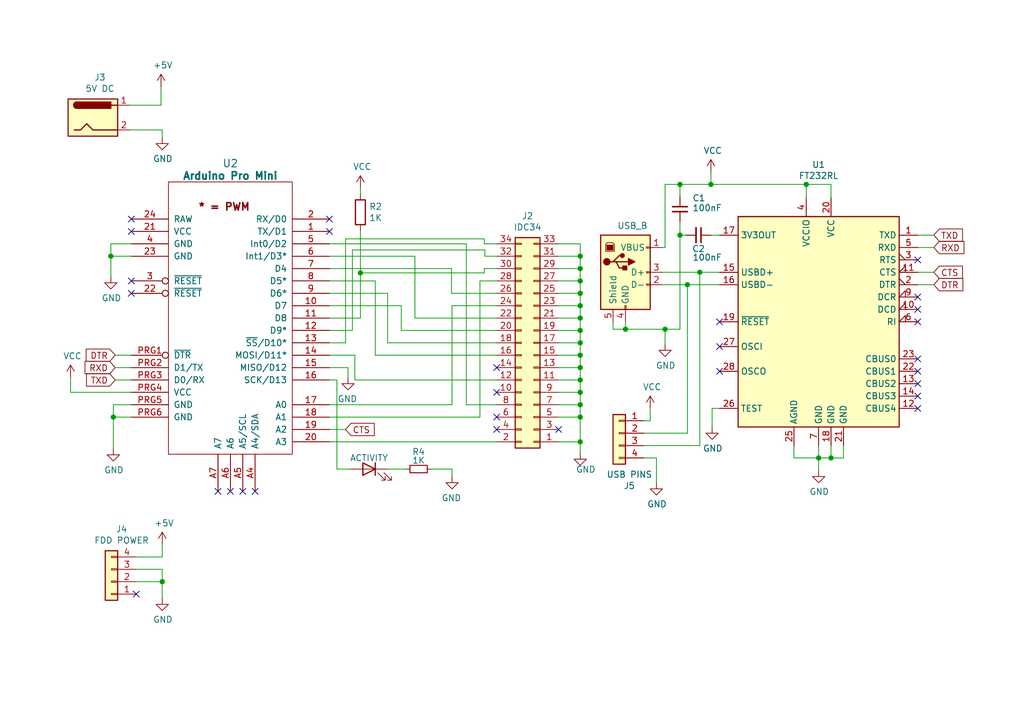
<source format=kicad_sch>
(kicad_sch (version 20231120) (generator "eeschema") (generator_version "8.0")
  (paper "A5")
  (title_block (title "DrawBridge Plus! by Robert Smith") (date "2024-01-04") (rev "4") (company "http://amiga.robsmithdev.co.uk/") (comment 1 "PCB designed by Damian Woroch"))
  (lib_symbols
    (symbol "Connector:Barrel_Jack" (pin_names (offset 1.016))
      (property "Reference" "J" (at 0 5.334 0))
      (property "Value" "Barrel_Jack" (at 0 -5.08 0))
      (symbol "Barrel_Jack_0_1"
        (rectangle (start -5.08 3.81) (end 5.08 -3.81) (stroke (width 0.254)) (fill (type background)))
        (arc (start -3.302 3.175) (mid -3.9343 2.54) (end -3.302 1.905) (stroke (width 0.254)))
        (arc (start -3.302 3.175) (mid -3.9343 2.54) (end -3.302 1.905) (stroke (width 0.254)) (fill (type outline)))
        (polyline (pts (xy 5.08 2.54) (xy 3.81 2.54)) (stroke (width 0.254)))
        (polyline (pts (xy -3.81 -2.54) (xy -2.54 -2.54) (xy -1.27 -1.27) (xy 0 -2.54) (xy 2.54 -2.54) (xy 5.08 -2.54)) (stroke (width 0.254)))
        (rectangle (start 3.683 3.175) (end -3.302 1.905) (stroke (width 0.254)) (fill (type outline)))
      )
      (symbol "Barrel_Jack_1_1"
        (pin passive line (at 7.62 2.54 180) (length 2.54) (name "~") (number "1"))
        (pin passive line (at 7.62 -2.54 180) (length 2.54) (name "~") (number "2"))
      )
    )
    (symbol "Connector:USB_B" (pin_names (offset 1.016))
      (property "Reference" "J" (at -5.08 11.43 0))
      (property "Value" "USB_B" (at -5.08 8.89 0))
      (symbol "USB_B_0_1"
        (rectangle (start -5.08 -7.62) (end 5.08 7.62) (stroke (width 0.254)) (fill (type background)))
        (circle (center -3.81 2.159) (radius 0.635) (stroke (width 0.254)) (fill (type outline)))
        (rectangle (start -3.81 5.588) (end -2.54 4.572) (fill (type outline)))
        (circle (center -0.635 3.429) (radius 0.381) (stroke (width 0.254)) (fill (type outline)))
        (rectangle (start -0.127 -7.62) (end 0.127 -6.858))
        (polyline (pts (xy -1.905 2.159) (xy 0.635 2.159)) (stroke (width 0.254)))
        (polyline (pts (xy -3.175 2.159) (xy -2.54 2.159) (xy -1.27 3.429) (xy -0.635 3.429)) (stroke (width 0.254)))
        (polyline (pts (xy -2.54 2.159) (xy -1.905 2.159) (xy -1.27 0.889) (xy 0 0.889)) (stroke (width 0.254)))
        (polyline (pts (xy 0.635 2.794) (xy 0.635 1.524) (xy 1.905 2.159) (xy 0.635 2.794)) (stroke (width 0.254)) (fill (type outline)))
        (polyline (pts (xy -4.064 4.318) (xy -2.286 4.318) (xy -2.286 5.715) (xy -2.667 6.096) (xy -3.683 6.096) (xy -4.064 5.715) (xy -4.064 4.318)))
        (rectangle (start 0.254 1.27) (end -0.508 0.508) (stroke (width 0.254)) (fill (type outline)))
        (rectangle (start 5.08 -2.667) (end 4.318 -2.413))
        (rectangle (start 5.08 -0.127) (end 4.318 0.127))
        (rectangle (start 5.08 4.953) (end 4.318 5.207))
      )
      (symbol "USB_B_1_1"
        (pin power_out line (at 7.62 5.08 180) (length 2.54) (name "VBUS") (number "1"))
        (pin bidirectional line (at 7.62 -2.54 180) (length 2.54) (name "D-") (number "2"))
        (pin bidirectional line (at 7.62 0 180) (length 2.54) (name "D+") (number "3"))
        (pin power_out line (at 0 -10.16 90) (length 2.54) (name "GND") (number "4"))
        (pin passive line (at -2.54 -10.16 90) (length 2.54) (name "Shield") (number "5"))
      )
    )
    (symbol "Connector_Generic:Conn_01x04" (pin_names (offset 1.016) hide)
      (property "Reference" "J" (at 0 5.08 0))
      (property "Value" "Conn_01x04" (at 0 -7.62 0))
      (symbol "Conn_01x04_1_1"
        (rectangle (start -1.27 -4.953) (end 0 -5.207) (stroke (width 0.1524)))
        (rectangle (start -1.27 -2.413) (end 0 -2.667) (stroke (width 0.1524)))
        (rectangle (start -1.27 0.127) (end 0 -0.127) (stroke (width 0.1524)))
        (rectangle (start -1.27 2.667) (end 0 2.413) (stroke (width 0.1524)))
        (rectangle (start -1.27 3.81) (end 1.27 -6.35) (stroke (width 0.254)) (fill (type background)))
        (pin passive line (at -5.08 2.54 0) (length 3.81) (name "Pin_1") (number "1"))
        (pin passive line (at -5.08 0 0) (length 3.81) (name "Pin_2") (number "2"))
        (pin passive line (at -5.08 -2.54 0) (length 3.81) (name "Pin_3") (number "3"))
        (pin passive line (at -5.08 -5.08 0) (length 3.81) (name "Pin_4") (number "4"))
      )
    )
    (symbol "Connector_Generic:Conn_02x17_Odd_Even" (pin_names (offset 1.016) hide)
      (property "Reference" "J" (at 1.27 22.86 0))
      (property "Value" "Conn_02x17_Odd_Even" (at 1.27 -22.86 0))
      (symbol "Conn_02x17_Odd_Even_1_1"
        (rectangle (start -1.27 -20.193) (end 0 -20.447) (stroke (width 0.1524)))
        (rectangle (start -1.27 -17.653) (end 0 -17.907) (stroke (width 0.1524)))
        (rectangle (start -1.27 -15.113) (end 0 -15.367) (stroke (width 0.1524)))
        (rectangle (start -1.27 -12.573) (end 0 -12.827) (stroke (width 0.1524)))
        (rectangle (start -1.27 -10.033) (end 0 -10.287) (stroke (width 0.1524)))
        (rectangle (start -1.27 -7.493) (end 0 -7.747) (stroke (width 0.1524)))
        (rectangle (start -1.27 -4.953) (end 0 -5.207) (stroke (width 0.1524)))
        (rectangle (start -1.27 -2.413) (end 0 -2.667) (stroke (width 0.1524)))
        (rectangle (start -1.27 0.127) (end 0 -0.127) (stroke (width 0.1524)))
        (rectangle (start -1.27 2.667) (end 0 2.413) (stroke (width 0.1524)))
        (rectangle (start -1.27 5.207) (end 0 4.953) (stroke (width 0.1524)))
        (rectangle (start -1.27 7.747) (end 0 7.493) (stroke (width 0.1524)))
        (rectangle (start -1.27 10.287) (end 0 10.033) (stroke (width 0.1524)))
        (rectangle (start -1.27 12.827) (end 0 12.573) (stroke (width 0.1524)))
        (rectangle (start -1.27 15.367) (end 0 15.113) (stroke (width 0.1524)))
        (rectangle (start -1.27 17.907) (end 0 17.653) (stroke (width 0.1524)))
        (rectangle (start -1.27 20.447) (end 0 20.193) (stroke (width 0.1524)))
        (rectangle (start -1.27 21.59) (end 3.81 -21.59) (stroke (width 0.254)) (fill (type background)))
        (rectangle (start 3.81 -20.193) (end 2.54 -20.447) (stroke (width 0.1524)))
        (rectangle (start 3.81 -17.653) (end 2.54 -17.907) (stroke (width 0.1524)))
        (rectangle (start 3.81 -15.113) (end 2.54 -15.367) (stroke (width 0.1524)))
        (rectangle (start 3.81 -12.573) (end 2.54 -12.827) (stroke (width 0.1524)))
        (rectangle (start 3.81 -10.033) (end 2.54 -10.287) (stroke (width 0.1524)))
        (rectangle (start 3.81 -7.493) (end 2.54 -7.747) (stroke (width 0.1524)))
        (rectangle (start 3.81 -4.953) (end 2.54 -5.207) (stroke (width 0.1524)))
        (rectangle (start 3.81 -2.413) (end 2.54 -2.667) (stroke (width 0.1524)))
        (rectangle (start 3.81 0.127) (end 2.54 -0.127) (stroke (width 0.1524)))
        (rectangle (start 3.81 2.667) (end 2.54 2.413) (stroke (width 0.1524)))
        (rectangle (start 3.81 5.207) (end 2.54 4.953) (stroke (width 0.1524)))
        (rectangle (start 3.81 7.747) (end 2.54 7.493) (stroke (width 0.1524)))
        (rectangle (start 3.81 10.287) (end 2.54 10.033) (stroke (width 0.1524)))
        (rectangle (start 3.81 12.827) (end 2.54 12.573) (stroke (width 0.1524)))
        (rectangle (start 3.81 15.367) (end 2.54 15.113) (stroke (width 0.1524)))
        (rectangle (start 3.81 17.907) (end 2.54 17.653) (stroke (width 0.1524)))
        (rectangle (start 3.81 20.447) (end 2.54 20.193) (stroke (width 0.1524)))
        (pin passive line (at -5.08 20.32 0) (length 3.81) (name "Pin_1") (number "1"))
        (pin passive line (at 7.62 10.16 180) (length 3.81) (name "Pin_10") (number "10"))
        (pin passive line (at -5.08 7.62 0) (length 3.81) (name "Pin_11") (number "11"))
        (pin passive line (at 7.62 7.62 180) (length 3.81) (name "Pin_12") (number "12"))
        (pin passive line (at -5.08 5.08 0) (length 3.81) (name "Pin_13") (number "13"))
        (pin passive line (at 7.62 5.08 180) (length 3.81) (name "Pin_14") (number "14"))
        (pin passive line (at -5.08 2.54 0) (length 3.81) (name "Pin_15") (number "15"))
        (pin passive line (at 7.62 2.54 180) (length 3.81) (name "Pin_16") (number "16"))
        (pin passive line (at -5.08 0 0) (length 3.81) (name "Pin_17") (number "17"))
        (pin passive line (at 7.62 0 180) (length 3.81) (name "Pin_18") (number "18"))
        (pin passive line (at -5.08 -2.54 0) (length 3.81) (name "Pin_19") (number "19"))
        (pin passive line (at 7.62 20.32 180) (length 3.81) (name "Pin_2") (number "2"))
        (pin passive line (at 7.62 -2.54 180) (length 3.81) (name "Pin_20") (number "20"))
        (pin passive line (at -5.08 -5.08 0) (length 3.81) (name "Pin_21") (number "21"))
        (pin passive line (at 7.62 -5.08 180) (length 3.81) (name "Pin_22") (number "22"))
        (pin passive line (at -5.08 -7.62 0) (length 3.81) (name "Pin_23") (number "23"))
        (pin passive line (at 7.62 -7.62 180) (length 3.81) (name "Pin_24") (number "24"))
        (pin passive line (at -5.08 -10.16 0) (length 3.81) (name "Pin_25") (number "25"))
        (pin passive line (at 7.62 -10.16 180) (length 3.81) (name "Pin_26") (number "26"))
        (pin passive line (at -5.08 -12.7 0) (length 3.81) (name "Pin_27") (number "27"))
        (pin passive line (at 7.62 -12.7 180) (length 3.81) (name "Pin_28") (number "28"))
        (pin passive line (at -5.08 -15.24 0) (length 3.81) (name "Pin_29") (number "29"))
        (pin passive line (at -5.08 17.78 0) (length 3.81) (name "Pin_3") (number "3"))
        (pin passive line (at 7.62 -15.24 180) (length 3.81) (name "Pin_30") (number "30"))
        (pin passive line (at -5.08 -17.78 0) (length 3.81) (name "Pin_31") (number "31"))
        (pin passive line (at 7.62 -17.78 180) (length 3.81) (name "Pin_32") (number "32"))
        (pin passive line (at -5.08 -20.32 0) (length 3.81) (name "Pin_33") (number "33"))
        (pin passive line (at 7.62 -20.32 180) (length 3.81) (name "Pin_34") (number "34"))
        (pin passive line (at 7.62 17.78 180) (length 3.81) (name "Pin_4") (number "4"))
        (pin passive line (at -5.08 15.24 0) (length 3.81) (name "Pin_5") (number "5"))
        (pin passive line (at 7.62 15.24 180) (length 3.81) (name "Pin_6") (number "6"))
        (pin passive line (at -5.08 12.7 0) (length 3.81) (name "Pin_7") (number "7"))
        (pin passive line (at 7.62 12.7 180) (length 3.81) (name "Pin_8") (number "8"))
        (pin passive line (at -5.08 10.16 0) (length 3.81) (name "Pin_9") (number "9"))
      )
    )
    (symbol "Device:C_Small" (pin_numbers hide) (pin_names (offset 0.254) hide)
      (property "Reference" "C" (at 0.254 1.778 0))
      (property "Value" "C_Small" (at 0.254 -2.032 0))
      (symbol "C_Small_0_1"
        (polyline (pts (xy -1.524 -0.508) (xy 1.524 -0.508)) (stroke (width 0.3302)))
        (polyline (pts (xy -1.524 0.508) (xy 1.524 0.508)) (stroke (width 0.3048)))
      )
      (symbol "C_Small_1_1"
        (pin passive line (at 0 2.54 270) (length 2.032) (name "~") (number "1"))
        (pin passive line (at 0 -2.54 90) (length 2.032) (name "~") (number "2"))
      )
    )
    (symbol "Device:LED" (pin_numbers hide) (pin_names (offset 1.016) hide)
      (property "Reference" "D" (at 0 2.54 0))
      (property "Value" "LED" (at 0 -2.54 0))
      (symbol "LED_0_1"
        (polyline (pts (xy -1.27 -1.27) (xy -1.27 1.27)) (stroke (width 0.254)))
        (polyline (pts (xy -1.27 0) (xy 1.27 0)))
        (polyline (pts (xy 1.27 -1.27) (xy 1.27 1.27) (xy -1.27 0) (xy 1.27 -1.27)) (stroke (width 0.254)))
        (polyline (pts (xy -3.048 -0.762) (xy -4.572 -2.286) (xy -3.81 -2.286) (xy -4.572 -2.286) (xy -4.572 -1.524)))
        (polyline (pts (xy -1.778 -0.762) (xy -3.302 -2.286) (xy -2.54 -2.286) (xy -3.302 -2.286) (xy -3.302 -1.524)))
      )
      (symbol "LED_1_1"
        (pin passive line (at -3.81 0 0) (length 2.54) (name "K") (number "1"))
        (pin passive line (at 3.81 0 180) (length 2.54) (name "A") (number "2"))
      )
    )
    (symbol "Device:R" (pin_numbers hide) (pin_names (offset 0))
      (property "Reference" "R" (at 2.032 0 90))
      (property "Value" "R" (at 0 0 90))
      (symbol "R_0_1"
        (rectangle (start -1.016 -2.54) (end 1.016 2.54) (stroke (width 0.254)))
      )
      (symbol "R_1_1"
        (pin passive line (at 0 3.81 270) (length 1.27) (name "~") (number "1"))
        (pin passive line (at 0 -3.81 90) (length 1.27) (name "~") (number "2"))
      )
    )
    (symbol "Device:R_Small" (pin_numbers hide) (pin_names (offset 0.254) hide)
      (property "Reference" "R" (at 0.762 0.508 0))
      (property "Value" "R_Small" (at 0.762 -1.016 0))
      (symbol "R_Small_0_1"
        (rectangle (start -0.762 1.778) (end 0.762 -1.778) (stroke (width 0.2032)))
      )
      (symbol "R_Small_1_1"
        (pin passive line (at 0 2.54 270) (length 0.762) (name "~") (number "1"))
        (pin passive line (at 0 -2.54 90) (length 0.762) (name "~") (number "2"))
      )
    )
    (symbol "Interface_USB:FT232RL"
      (property "Reference" "U" (at -16.51 22.86 0))
      (property "Value" "FT232RL" (at 10.16 22.86 0))
      (symbol "FT232RL_0_1"
        (rectangle (start -16.51 21.59) (end 16.51 -21.59) (stroke (width 0.254)) (fill (type background)))
      )
      (symbol "FT232RL_1_1"
        (pin output line (at 20.32 17.78 180) (length 3.81) (name "TXD") (number "1"))
        (pin input input_low (at 20.32 2.54 180) (length 3.81) (name "DCD") (number "10"))
        (pin input input_low (at 20.32 10.16 180) (length 3.81) (name "CTS") (number "11"))
        (pin bidirectional line (at 20.32 -17.78 180) (length 3.81) (name "CBUS4") (number "12"))
        (pin bidirectional line (at 20.32 -12.7 180) (length 3.81) (name "CBUS2") (number "13"))
        (pin bidirectional line (at 20.32 -15.24 180) (length 3.81) (name "CBUS3") (number "14"))
        (pin bidirectional line (at -20.32 10.16 0) (length 3.81) (name "USBD+") (number "15"))
        (pin bidirectional line (at -20.32 7.62 0) (length 3.81) (name "USBD-") (number "16"))
        (pin power_out line (at -20.32 17.78 0) (length 3.81) (name "3V3OUT") (number "17"))
        (pin power_in line (at 2.54 -25.4 90) (length 3.81) (name "GND") (number "18"))
        (pin input line (at -20.32 0 0) (length 3.81) (name "~{RESET}") (number "19"))
        (pin output output_low (at 20.32 7.62 180) (length 3.81) (name "DTR") (number "2"))
        (pin power_in line (at 2.54 25.4 270) (length 3.81) (name "VCC") (number "20"))
        (pin power_in line (at 5.08 -25.4 90) (length 3.81) (name "GND") (number "21"))
        (pin bidirectional line (at 20.32 -10.16 180) (length 3.81) (name "CBUS1") (number "22"))
        (pin bidirectional line (at 20.32 -7.62 180) (length 3.81) (name "CBUS0") (number "23"))
        (pin power_in line (at -5.08 -25.4 90) (length 3.81) (name "AGND") (number "25"))
        (pin input line (at -20.32 -17.78 0) (length 3.81) (name "TEST") (number "26"))
        (pin input line (at -20.32 -5.08 0) (length 3.81) (name "OSCI") (number "27"))
        (pin output line (at -20.32 -10.16 0) (length 3.81) (name "OSCO") (number "28"))
        (pin output output_low (at 20.32 12.7 180) (length 3.81) (name "RTS") (number "3"))
        (pin power_in line (at -2.54 25.4 270) (length 3.81) (name "VCCIO") (number "4"))
        (pin input line (at 20.32 15.24 180) (length 3.81) (name "RXD") (number "5"))
        (pin input input_low (at 20.32 0 180) (length 3.81) (name "RI") (number "6"))
        (pin power_in line (at 0 -25.4 90) (length 3.81) (name "GND") (number "7"))
        (pin input input_low (at 20.32 5.08 180) (length 3.81) (name "DCR") (number "9"))
      )
    )
    (symbol "arduino_pro-miniall:ARDUINO_Pro-MiniALL" (pin_names (offset 1.016))
      (property "Reference" "U" (at -12.7 31.75 0))
      (property "Value" "ARDUINO_Pro-MiniALL" (at 0 27.94 0))
      (property "Datasheet" "Arduino/Arduino-Pro-Mini-v13.pdf" (at -12.7 29.21 0))
      (symbol "ARDUINO_Pro-MiniALL_0_0"
        (rectangle (start -12.7 30.48) (end 12.7 -25.4))
        (text "* = PWM" (at -1.27 25.4 0) (effects (font (size 1.524 1.524) (bold yes))))
      )
      (symbol "ARDUINO_Pro-MiniALL_1_1"
        (pin bidirectional line (at 20.32 20.32 180) (length 7.62) (name "TX/D1") (number "1"))
        (pin bidirectional line (at 20.32 5.08 180) (length 7.62) (name "D7") (number "10"))
        (pin bidirectional line (at 20.32 2.54 180) (length 7.62) (name "D8") (number "11"))
        (pin bidirectional line (at 20.32 0 180) (length 7.62) (name "D9*") (number "12"))
        (pin bidirectional line (at 20.32 -2.54 180) (length 7.62) (name "~{SS}/D10*") (number "13"))
        (pin bidirectional line (at 20.32 -5.08 180) (length 7.62) (name "MOSI/D11*") (number "14"))
        (pin bidirectional line (at 20.32 -7.62 180) (length 7.62) (name "MISO/D12") (number "15"))
        (pin bidirectional line (at 20.32 -10.16 180) (length 7.62) (name "SCK/D13") (number "16"))
        (pin bidirectional line (at 20.32 -15.24 180) (length 7.62) (name "A0") (number "17"))
        (pin bidirectional line (at 20.32 -17.78 180) (length 7.62) (name "A1") (number "18"))
        (pin bidirectional line (at 20.32 -20.32 180) (length 7.62) (name "A2") (number "19"))
        (pin bidirectional line (at 20.32 22.86 180) (length 7.62) (name "RX/D0") (number "2"))
        (pin bidirectional line (at 20.32 -22.86 180) (length 7.62) (name "A3") (number "20"))
        (pin power_in line (at -20.32 20.32 0) (length 7.62) (name "VCC") (number "21"))
        (pin bidirectional inverted (at -20.32 7.62 0) (length 7.62) (name "~{RESET}") (number "22"))
        (pin power_in line (at -20.32 15.24 0) (length 7.62) (name "GND") (number "23"))
        (pin power_in line (at -20.32 22.86 0) (length 7.62) (name "RAW") (number "24"))
        (pin bidirectional inverted (at -20.32 10.16 0) (length 7.62) (name "~{RESET}") (number "3"))
        (pin power_in line (at -20.32 17.78 0) (length 7.62) (name "GND") (number "4"))
        (pin bidirectional line (at 20.32 17.78 180) (length 7.62) (name "Int0/D2") (number "5"))
        (pin bidirectional line (at 20.32 15.24 180) (length 7.62) (name "Int1/D3*") (number "6"))
        (pin bidirectional line (at 20.32 12.7 180) (length 7.62) (name "D4") (number "7"))
        (pin bidirectional line (at 20.32 10.16 180) (length 7.62) (name "D5*") (number "8"))
        (pin bidirectional line (at 20.32 7.62 180) (length 7.62) (name "D6*") (number "9"))
        (pin bidirectional line (at 5.08 -33.02 90) (length 7.62) (name "A4/SDA") (number "A4"))
        (pin bidirectional line (at 2.54 -33.02 90) (length 7.62) (name "A5/SCL") (number "A5"))
        (pin bidirectional line (at 0 -33.02 90) (length 7.62) (name "A6") (number "A6"))
        (pin bidirectional line (at -2.54 -33.02 90) (length 7.62) (name "A7") (number "A7"))
        (pin input inverted (at -20.32 -5.08 0) (length 7.62) (name "~{DTR}") (number "PRG1"))
        (pin bidirectional line (at -20.32 -7.62 0) (length 7.62) (name "D1/TX") (number "PRG2"))
        (pin bidirectional line (at -20.32 -10.16 0) (length 7.62) (name "D0/RX") (number "PRG3"))
        (pin power_in line (at -20.32 -12.7 0) (length 7.62) (name "VCC") (number "PRG4"))
        (pin power_in line (at -20.32 -15.24 0) (length 7.62) (name "GND") (number "PRG5"))
        (pin power_in line (at -20.32 -17.78 0) (length 7.62) (name "GND") (number "PRG6"))
      )
    )
    (symbol "power:+5V" (power) (pin_names (offset 0))
      (property "Value" "+5V" (at 0 3.556 0))
      (symbol "+5V_0_1"
        (polyline (pts (xy -0.762 1.27) (xy 0 2.54)))
        (polyline (pts (xy 0 0) (xy 0 2.54)))
        (polyline (pts (xy 0 2.54) (xy 0.762 1.27)))
      )
      (symbol "+5V_1_1"
        (pin power_in line (at 0 0 90) (length 0) hide (name "+5V") (number "1"))
      )
    )
    (symbol "power:GND" (power) (pin_names (offset 0))
      (property "Value" "GND" (at 0 -3.81 0))
      (symbol "GND_0_1"
        (polyline (pts (xy 0 0) (xy 0 -1.27) (xy 1.27 -1.27) (xy 0 -2.54) (xy -1.27 -1.27) (xy 0 -1.27)))
      )
      (symbol "GND_1_1"
        (pin power_in line (at 0 0 270) (length 0) hide (name "GND") (number "1"))
      )
    )
    (symbol "power:VCC" (power) (pin_names (offset 0))
      (property "Value" "VCC" (at 0 3.81 0))
      (symbol "VCC_0_1"
        (polyline (pts (xy -0.762 1.27) (xy 0 2.54)))
        (polyline (pts (xy 0 0) (xy 0 2.54)))
        (polyline (pts (xy 0 2.54) (xy 0.762 1.27)))
      )
      (symbol "VCC_1_1"
        (pin power_in line (at 0 0 90) (length 0) hide (name "VCC") (number "1"))
      )
    )
  )
  (junction (at 118.999 67.818))
  (junction (at 118.999 90.678))
  (junction (at 139.446 37.846))
  (junction (at 118.999 55.118))
  (junction (at 118.999 70.358))
  (junction (at 145.796 37.846))
  (junction (at 118.999 83.058))
  (junction (at 118.999 57.658))
  (junction (at 140.97 58.42))
  (junction (at 167.894 93.98))
  (junction (at 118.999 52.578))
  (junction (at 22.733 52.578))
  (junction (at 118.999 75.438))
  (junction (at 165.354 37.846))
  (junction (at 118.999 72.898))
  (junction (at 136.398 67.564))
  (junction (at 170.434 93.98))
  (junction (at 118.999 77.978))
  (junction (at 118.999 60.198))
  (junction (at 118.999 65.278))
  (junction (at 23.241 85.598))
  (junction (at 118.999 85.598))
  (junction (at 33.274 119.38))
  (junction (at 143.51 55.88))
  (junction (at 139.446 48.26))
  (junction (at 118.999 62.738))
  (junction (at 73.914 56.007))
  (junction (at 128.27 67.564))
  (junction (at 118.999 80.518))
  (no_connect (at 52.324 100.838))
  (no_connect (at 188.214 60.96))
  (no_connect (at 147.574 71.12))
  (no_connect (at 101.854 80.518))
  (no_connect (at 44.704 100.838))
  (no_connect (at 26.924 60.198))
  (no_connect (at 26.924 57.658))
  (no_connect (at 26.924 47.498))
  (no_connect (at 101.854 88.138))
  (no_connect (at 67.564 47.498))
  (no_connect (at 147.574 66.04))
  (no_connect (at 188.214 76.2))
  (no_connect (at 101.854 75.438))
  (no_connect (at 47.244 100.838))
  (no_connect (at 188.214 53.34))
  (no_connect (at 188.214 63.5))
  (no_connect (at 101.854 85.598))
  (no_connect (at 49.784 100.838))
  (no_connect (at 188.214 83.82))
  (no_connect (at 67.564 44.958))
  (no_connect (at 26.924 44.958))
  (no_connect (at 114.554 88.138))
  (no_connect (at 147.574 76.2))
  (no_connect (at 188.214 66.04))
  (no_connect (at 188.214 81.28))
  (no_connect (at 188.214 78.74))
  (no_connect (at 188.214 73.66))
  (no_connect (at 27.94 121.92))
  (wire (pts (xy 114.554 50.038) (xy 118.999 50.038)))
  (wire (pts (xy 118.999 52.578) (xy 118.999 55.118)))
  (wire (pts (xy 33.274 111.76) (xy 33.274 114.3)))
  (wire (pts (xy 26.67 26.67) (xy 33.274 26.67)))
  (wire (pts (xy 22.733 50.038) (xy 26.924 50.038)))
  (wire (pts (xy 118.999 80.518) (xy 118.999 83.058)))
  (wire (pts (xy 140.716 48.26) (xy 139.446 48.26)))
  (wire (pts (xy 170.434 37.846) (xy 165.354 37.846)))
  (wire (pts (xy 26.924 52.578) (xy 22.733 52.578)))
  (wire (pts (xy 101.854 77.978) (xy 72.771 77.978)))
  (wire (pts (xy 135.89 50.8) (xy 136.398 50.8)))
  (wire (pts (xy 26.924 80.518) (xy 14.478 80.518)))
  (wire (pts (xy 92.71 96.266) (xy 92.71 97.79)))
  (wire (pts (xy 172.974 93.98) (xy 170.434 93.98)))
  (wire (pts (xy 67.564 67.818) (xy 72.263 67.818)))
  (wire (pts (xy 114.554 70.358) (xy 118.999 70.358)))
  (wire (pts (xy 67.564 50.038) (xy 95.631 50.038)))
  (wire (pts (xy 188.214 55.88) (xy 191.516 55.88)))
  (wire (pts (xy 136.398 37.846) (xy 139.446 37.846)))
  (wire (pts (xy 26.924 77.978) (xy 23.622 77.978)))
  (wire (pts (xy 33.274 26.67) (xy 33.274 28.194)))
  (wire (pts (xy 72.771 72.898) (xy 67.564 72.898)))
  (wire (pts (xy 99.314 49.022) (xy 99.314 50.038)))
  (wire (pts (xy 143.51 55.88) (xy 143.51 91.44)))
  (wire (pts (xy 67.564 65.278) (xy 73.914 65.278)))
  (wire (pts (xy 140.97 58.42) (xy 147.574 58.42)))
  (wire (pts (xy 82.296 62.738) (xy 67.564 62.738)))
  (wire (pts (xy 114.554 85.598) (xy 118.999 85.598)))
  (wire (pts (xy 114.554 65.278) (xy 118.999 65.278)))
  (wire (pts (xy 118.999 70.358) (xy 118.999 72.898)))
  (wire (pts (xy 76.962 72.898) (xy 76.962 57.658)))
  (wire (pts (xy 98.425 57.658) (xy 101.854 57.658)))
  (wire (pts (xy 167.894 91.44) (xy 167.894 93.98)))
  (wire (pts (xy 26.924 75.438) (xy 23.622 75.438)))
  (wire (pts (xy 147.574 48.26) (xy 145.796 48.26)))
  (wire (pts (xy 71.882 96.266) (xy 69.088 96.266)))
  (wire (pts (xy 88.392 96.266) (xy 92.71 96.266)))
  (wire (pts (xy 133.35 83.82) (xy 133.35 86.36)))
  (wire (pts (xy 67.564 70.358) (xy 70.866 70.358)))
  (wire (pts (xy 101.854 65.278) (xy 85.09 65.278)))
  (wire (pts (xy 71.374 75.438) (xy 67.564 75.438)))
  (wire (pts (xy 33.02 21.59) (xy 33.02 17.78)))
  (wire (pts (xy 143.51 55.88) (xy 147.574 55.88)))
  (wire (pts (xy 82.296 67.818) (xy 82.296 62.738)))
  (wire (pts (xy 118.999 72.898) (xy 118.999 75.438)))
  (wire (pts (xy 140.97 88.9) (xy 140.97 58.42)))
  (wire (pts (xy 72.263 67.818) (xy 72.263 51.308)))
  (wire (pts (xy 79.502 70.358) (xy 79.502 60.198)))
  (wire (pts (xy 33.274 116.84) (xy 27.94 116.84)))
  (wire (pts (xy 114.554 62.738) (xy 118.999 62.738)))
  (wire (pts (xy 165.354 40.64) (xy 165.354 37.846)))
  (wire (pts (xy 162.814 93.98) (xy 162.814 91.44)))
  (wire (pts (xy 170.434 93.98) (xy 167.894 93.98)))
  (wire (pts (xy 135.89 55.88) (xy 143.51 55.88)))
  (wire (pts (xy 118.999 62.738) (xy 118.999 65.278)))
  (wire (pts (xy 114.554 75.438) (xy 118.999 75.438)))
  (wire (pts (xy 114.554 80.518) (xy 118.999 80.518)))
  (wire (pts (xy 99.441 52.578) (xy 101.854 52.578)))
  (wire (pts (xy 118.999 67.818) (xy 118.999 70.358)))
  (wire (pts (xy 27.94 119.38) (xy 33.274 119.38)))
  (wire (pts (xy 114.554 77.978) (xy 118.999 77.978)))
  (wire (pts (xy 67.564 83.058) (xy 92.71 83.058)))
  (wire (pts (xy 114.554 55.118) (xy 118.999 55.118)))
  (wire (pts (xy 70.866 70.358) (xy 70.866 49.022)))
  (wire (pts (xy 139.446 67.564) (xy 136.398 67.564)))
  (wire (pts (xy 132.08 88.9) (xy 140.97 88.9)))
  (wire (pts (xy 118.999 55.118) (xy 118.999 57.658)))
  (wire (pts (xy 188.214 50.8) (xy 191.516 50.8)))
  (wire (pts (xy 33.274 119.38) (xy 33.274 116.84)))
  (wire (pts (xy 95.631 50.038) (xy 95.631 83.058)))
  (wire (pts (xy 134.62 93.98) (xy 134.62 99.06)))
  (wire (pts (xy 188.214 58.42) (xy 191.516 58.42)))
  (wire (pts (xy 167.894 93.98) (xy 167.894 96.52)))
  (wire (pts (xy 146.05 83.82) (xy 146.05 87.63)))
  (wire (pts (xy 170.434 91.44) (xy 170.434 93.98)))
  (wire (pts (xy 125.73 67.564) (xy 128.27 67.564)))
  (wire (pts (xy 85.09 65.278) (xy 85.09 52.578)))
  (wire (pts (xy 73.914 56.007) (xy 73.914 47.371)))
  (wire (pts (xy 135.89 58.42) (xy 140.97 58.42)))
  (wire (pts (xy 85.09 52.578) (xy 67.564 52.578)))
  (wire (pts (xy 114.554 52.578) (xy 118.999 52.578)))
  (wire (pts (xy 114.554 72.898) (xy 118.999 72.898)))
  (wire (pts (xy 71.374 77.47) (xy 71.374 75.438)))
  (wire (pts (xy 101.854 67.818) (xy 82.296 67.818)))
  (wire (pts (xy 101.854 62.738) (xy 92.71 62.738)))
  (wire (pts (xy 132.08 93.98) (xy 134.62 93.98)))
  (wire (pts (xy 26.924 83.058) (xy 23.241 83.058)))
  (wire (pts (xy 101.854 72.898) (xy 76.962 72.898)))
  (wire (pts (xy 95.631 83.058) (xy 101.854 83.058)))
  (wire (pts (xy 72.263 51.308) (xy 99.441 51.308)))
  (wire (pts (xy 128.27 67.564) (xy 136.398 67.564)))
  (wire (pts (xy 114.554 57.658) (xy 118.999 57.658)))
  (wire (pts (xy 76.962 57.658) (xy 67.564 57.658)))
  (wire (pts (xy 136.398 37.846) (xy 136.398 50.8)))
  (wire (pts (xy 170.434 40.64) (xy 170.434 37.846)))
  (wire (pts (xy 147.574 83.82) (xy 146.05 83.82)))
  (wire (pts (xy 188.214 48.26) (xy 191.516 48.26)))
  (wire (pts (xy 145.796 37.846) (xy 145.796 35.306)))
  (wire (pts (xy 114.554 83.058) (xy 118.999 83.058)))
  (wire (pts (xy 23.241 85.598) (xy 23.241 92.075)))
  (wire (pts (xy 14.478 80.518) (xy 14.478 77.47)))
  (wire (pts (xy 69.088 96.266) (xy 69.088 77.978)))
  (wire (pts (xy 143.51 91.44) (xy 132.08 91.44)))
  (wire (pts (xy 118.999 50.038) (xy 118.999 52.578)))
  (wire (pts (xy 128.27 66.04) (xy 128.27 67.564)))
  (wire (pts (xy 118.999 90.678) (xy 118.999 92.964)))
  (wire (pts (xy 132.08 86.36) (xy 133.35 86.36)))
  (wire (pts (xy 79.502 96.266) (xy 83.312 96.266)))
  (wire (pts (xy 92.583 55.118) (xy 92.583 60.198)))
  (wire (pts (xy 99.441 51.308) (xy 99.441 52.578)))
  (wire (pts (xy 26.924 72.898) (xy 23.622 72.898)))
  (wire (pts (xy 118.999 85.598) (xy 118.999 90.678)))
  (wire (pts (xy 139.446 37.846) (xy 139.446 40.386)))
  (wire (pts (xy 79.502 60.198) (xy 67.564 60.198)))
  (wire (pts (xy 136.398 67.564) (xy 136.398 70.612)))
  (wire (pts (xy 165.354 37.846) (xy 145.796 37.846)))
  (wire (pts (xy 99.314 50.038) (xy 101.854 50.038)))
  (wire (pts (xy 73.914 56.007) (xy 99.314 56.007)))
  (wire (pts (xy 67.564 77.978) (xy 69.088 77.978)))
  (wire (pts (xy 67.564 88.138) (xy 70.866 88.138)))
  (wire (pts (xy 139.446 45.466) (xy 139.446 48.26)))
  (wire (pts (xy 23.241 83.058) (xy 23.241 85.598)))
  (wire (pts (xy 67.564 85.598) (xy 98.425 85.598)))
  (wire (pts (xy 22.733 50.038) (xy 22.733 52.578)))
  (wire (pts (xy 99.314 56.007) (xy 99.314 55.118)))
  (wire (pts (xy 118.999 75.438) (xy 118.999 77.978)))
  (wire (pts (xy 114.554 60.198) (xy 118.999 60.198)))
  (wire (pts (xy 118.999 90.678) (xy 114.554 90.678)))
  (wire (pts (xy 101.854 70.358) (xy 79.502 70.358)))
  (wire (pts (xy 92.71 62.738) (xy 92.71 83.058)))
  (wire (pts (xy 22.733 52.578) (xy 22.733 56.769)))
  (wire (pts (xy 139.446 37.846) (xy 145.796 37.846)))
  (wire (pts (xy 139.446 48.26) (xy 139.446 67.564)))
  (wire (pts (xy 67.564 90.678) (xy 101.854 90.678)))
  (wire (pts (xy 27.94 114.3) (xy 33.274 114.3)))
  (wire (pts (xy 73.914 38.608) (xy 73.914 39.751)))
  (wire (pts (xy 118.999 60.198) (xy 118.999 62.738)))
  (wire (pts (xy 92.583 60.198) (xy 101.854 60.198)))
  (wire (pts (xy 98.425 85.598) (xy 98.425 57.658)))
  (wire (pts (xy 118.999 77.978) (xy 118.999 80.518)))
  (wire (pts (xy 70.866 49.022) (xy 99.314 49.022)))
  (wire (pts (xy 172.974 91.44) (xy 172.974 93.98)))
  (wire (pts (xy 167.894 93.98) (xy 162.814 93.98)))
  (wire (pts (xy 26.67 21.59) (xy 33.02 21.59)))
  (wire (pts (xy 67.564 55.118) (xy 92.583 55.118)))
  (wire (pts (xy 118.999 83.058) (xy 118.999 85.598)))
  (wire (pts (xy 72.771 77.978) (xy 72.771 72.898)))
  (wire (pts (xy 73.914 65.278) (xy 73.914 56.007)))
  (wire (pts (xy 118.999 65.278) (xy 118.999 67.818)))
  (wire (pts (xy 99.314 55.118) (xy 101.854 55.118)))
  (wire (pts (xy 26.924 85.598) (xy 23.241 85.598)))
  (wire (pts (xy 114.554 67.818) (xy 118.999 67.818)))
  (wire (pts (xy 118.999 57.658) (xy 118.999 60.198)))
  (wire (pts (xy 125.73 66.04) (xy 125.73 67.564)))
  (wire (pts (xy 33.274 119.38) (xy 33.274 122.7582)))
  (global_label "TXD" (shape input) (at 23.622 77.978 180) (property "Intersheetrefs" "${INTERSHEET_REFS}" (effects (hide yes))))
  (global_label "DTR" (shape input) (at 191.516 58.42 0) (property "Intersheetrefs" "${INTERSHEET_REFS}" (effects (hide yes))))
  (global_label "RXD" (shape input) (at 191.516 50.8 0) (property "Intersheetrefs" "${INTERSHEET_REFS}" (effects (hide yes))))
  (global_label "TXD" (shape input) (at 191.516 48.26 0) (property "Intersheetrefs" "${INTERSHEET_REFS}" (effects (hide yes))))
  (global_label "RXD" (shape input) (at 23.622 75.438 180) (property "Intersheetrefs" "${INTERSHEET_REFS}" (effects (hide yes))))
  (global_label "CTS" (shape input) (at 70.866 88.138 0) (property "Intersheetrefs" "${INTERSHEET_REFS}" (effects (hide yes))))
  (global_label "DTR" (shape input) (at 23.622 72.898 180) (property "Intersheetrefs" "${INTERSHEET_REFS}" (effects (hide yes))))
  (global_label "CTS" (shape input) (at 191.516 55.88 0) (property "Intersheetrefs" "${INTERSHEET_REFS}" (effects (hide yes))))
  (symbol (lib_id "arduino_pro-miniall:ARDUINO_Pro-MiniALL") (at 47.244 67.818 0) (unit 1)
    (property "Reference" "U2" (at 47.244 33.528 0) (effects (font (size 1.524 1.524))))
    (property "Value" "Arduino Pro Mini" (at 47.244 36.068 0) (effects (font (size 1.524 1.524) (bold yes))))
    (property "Footprint" "DrawBridgePlusLib:ARDUINO_Pro-ADFRW" (effects (hide yes)))
    (property "Datasheet" "Arduino/Arduino-Pro-Mini-v13.pdf" (effects (hide yes)))
  )
  (symbol (lib_id "Interface_USB:FT232RL") (at 167.894 66.04 0) (unit 1)
    (property "Reference" "U1" (at 167.894 33.782 0))
    (property "Value" "FT232RL" (at 167.894 36.068 0))
    (property "Footprint" "Package_SO:SSOP-28_5.3x10.2mm_P0.65mm" (effects (hide yes)))
    (property "Datasheet" "https://www.ftdichip.com/Support/Documents/DataSheets/ICs/DS_FT232R.pdf" (effects (hide yes)))
  )
  (symbol (lib_id "Connector:USB_B") (at 128.27 55.88 0) (unit 1)
    (property "Reference" "J1" (effects (hide yes)))
    (property "Value" "USB_B" (at 129.7178 46.3296 0))
    (property "Footprint" "Connector_USB:USB_B_OST_USB-B1HSxx_Horizontal" (effects (hide yes)))
    (property "Datasheet" " ~" (effects (hide yes)))
  )
  (symbol (lib_id "power:GND") (at 136.398 70.612 0) (unit 1)
    (property "Reference" "#PWR0101" (effects (hide yes)))
    (property "Value" "GND" (at 136.525 75.0062 0))
  )
  (symbol (lib_id "power:VCC") (at 145.796 35.306 0) (unit 1)
    (property "Reference" "#PWR0102" (effects (hide yes)))
    (property "Value" "VCC" (at 146.177 30.9118 0))
  )
  (symbol (lib_id "power:+5V") (at 33.02 17.78 0) (unit 1)
    (property "Reference" "#PWR0103" (effects (hide yes)))
    (property "Value" "+5V" (at 33.401 13.3858 0))
  )
  (symbol (lib_id "Device:C_Small") (at 139.446 42.926 0) (unit 1)
    (property "Reference" "C1" (at 141.986 40.64 0) (effects (justify left)))
    (property "Value" "100nF" (at 141.986 42.672 0) (effects (justify left)))
    (property "Footprint" "Capacitor_SMD:C_1206_3216Metric_Pad1.33x1.80mm_HandSolder" (effects (hide yes)))
  )
  (symbol (lib_id "Device:C_Small") (at 143.256 48.26 270) (unit 1)
    (property "Reference" "C2" (at 143.256 51.054 90))
    (property "Value" "100nF" (at 145.034 52.832 90))
    (property "Footprint" "Capacitor_SMD:C_1206_3216Metric_Pad1.33x1.80mm_HandSolder" (effects (hide yes)))
  )
  (symbol (lib_id "power:GND") (at 146.05 87.63 0) (unit 1)
    (property "Reference" "#PWR0104" (effects (hide yes)))
    (property "Value" "GND" (at 146.177 92.0242 0))
  )
  (symbol (lib_id "power:GND") (at 167.894 96.52 0) (unit 1)
    (property "Reference" "#PWR0105" (effects (hide yes)))
    (property "Value" "GND" (at 168.021 100.9142 0))
  )
  (symbol (lib_id "Device:LED") (at 75.692 96.266 0) (mirror y) (unit 1)
    (property "Reference" "D2" (effects (hide yes)))
    (property "Value" "ACTIVITY" (at 75.692 93.98 0))
    (property "Footprint" "LED_THT:LED_D3.0mm_FlatTop" (effects (hide yes)))
  )
  (symbol (lib_id "power:VCC") (at 14.478 77.47 0) (unit 1)
    (property "Reference" "#PWR0106" (effects (hide yes)))
    (property "Value" "VCC" (at 14.859 73.0758 0))
  )
  (symbol (lib_id "power:GND") (at 23.241 92.075 0) (unit 1)
    (property "Reference" "#PWR0107" (effects (hide yes)))
    (property "Value" "GND" (at 23.368 96.4692 0))
  )
  (symbol (lib_id "Device:R_Small") (at 85.852 96.266 90) (mirror x) (unit 1)
    (property "Reference" "R4" (at 85.852 92.71 90))
    (property "Value" "1K" (at 85.852 94.488 90))
    (property "Footprint" "Resistor_SMD:R_1206_3216Metric_Pad1.30x1.75mm_HandSolder" (effects (hide yes)))
  )
  (symbol (lib_id "power:GND") (at 22.733 56.769 0) (unit 1)
    (property "Reference" "#PWR0108" (effects (hide yes)))
    (property "Value" "GND" (at 22.86 61.1632 0))
  )
  (symbol (lib_id "power:GND") (at 92.71 97.79 0) (mirror y) (unit 1)
    (property "Reference" "#PWR0118" (effects (hide yes)))
    (property "Value" "GND" (at 92.583 102.1842 0))
  )
  (symbol (lib_id "Device:R") (at 73.914 43.561 0) (unit 1)
    (property "Reference" "R2" (at 75.692 42.3926 0) (effects (justify left)))
    (property "Value" "1K" (at 75.692 44.704 0) (effects (justify left)))
    (property "Footprint" "Resistor_SMD:R_1206_3216Metric_Pad1.30x1.75mm_HandSolder" (effects (hide yes)))
  )
  (symbol (lib_id "power:VCC") (at 73.914 38.608 0) (unit 1)
    (property "Reference" "#PWR0110" (effects (hide yes)))
    (property "Value" "VCC" (at 74.295 34.2138 0))
  )
  (symbol (lib_id "Connector:Barrel_Jack") (at 19.05 24.13 0) (unit 1)
    (property "Reference" "J3" (at 20.4978 15.875 0))
    (property "Value" "5V DC" (at 20.4978 18.1864 0))
    (property "Footprint" "Connector_BarrelJack:BarrelJack_Wuerth_6941xx301002" (effects (hide yes)))
  )
  (symbol (lib_id "power:GND") (at 33.274 28.194 0) (unit 1)
    (property "Reference" "#PWR0111" (effects (hide yes)))
    (property "Value" "GND" (at 33.401 32.5882 0))
  )
  (symbol (lib_id "Connector_Generic:Conn_01x04") (at 22.86 119.38 180) (unit 1)
    (property "Reference" "J4" (at 24.9428 108.585 0))
    (property "Value" "FDD POWER" (at 24.9428 110.8964 0))
    (property "Footprint" "Connector_PinHeader_2.54mm:PinHeader_1x04_P2.54mm_Vertical" (effects (hide yes)))
  )
  (symbol (lib_id "power:GND") (at 33.274 122.7582 0) (unit 1)
    (property "Reference" "#PWR0112" (effects (hide yes)))
    (property "Value" "GND" (at 33.401 127.1524 0))
  )
  (symbol (lib_id "power:+5V") (at 33.274 111.76 0) (unit 1)
    (property "Reference" "#PWR0113" (effects (hide yes)))
    (property "Value" "+5V" (at 33.655 107.3658 0))
  )
  (symbol (lib_id "power:GND") (at 71.374 77.47 0) (mirror y) (unit 1)
    (property "Reference" "#PWR0119" (effects (hide yes)))
    (property "Value" "GND" (at 71.247 81.8642 0))
  )
  (symbol (lib_id "Connector_Generic:Conn_02x17_Odd_Even") (at 109.474 70.358 180) (unit 1)
    (property "Reference" "J2" (at 108.204 44.323 0))
    (property "Value" "IDC34" (at 108.204 46.6344 0))
    (property "Footprint" "Connector_IDC:IDC-Header_2x17_P2.54mm_Vertical" (effects (hide yes)))
  )
  (symbol (lib_id "power:GND") (at 118.999 92.964 0) (unit 1)
    (property "Reference" "#PWR0109" (effects (hide yes)))
    (property "Value" "GND" (at 120.142 96.3422 0))
  )
  (symbol (lib_id "power:GND") (at 134.62 99.06 0) (unit 1)
    (property "Reference" "#PWR02" (effects (hide yes)))
    (property "Value" "GND" (at 134.747 103.4542 0))
  )
  (symbol (lib_id "Connector_Generic:Conn_01x04") (at 127 88.9 0) (mirror y) (unit 1)
    (property "Reference" "J5" (at 129.0828 99.695 0))
    (property "Value" "USB PINS" (at 129.0828 97.3836 0))
    (property "Footprint" "Connector_PinHeader_2.54mm:PinHeader_1x04_P2.54mm_Vertical" (effects (hide yes)))
  )
  (symbol (lib_id "power:VCC") (at 133.35 83.82 0) (unit 1)
    (property "Reference" "#PWR01" (effects (hide yes)))
    (property "Value" "VCC" (at 133.731 79.4258 0))
  )
)
</source>
